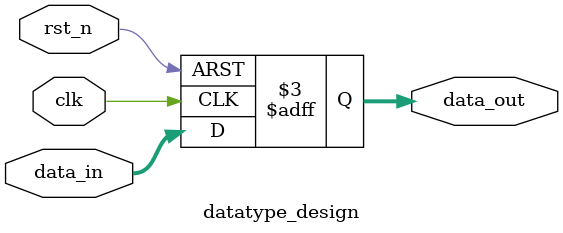
<source format=sv>
module datatype_design #(
  parameter int WIDTH = 8
)(
  input  logic              clk,
  input  logic              rst_n,
  input  logic [WIDTH-1:0]  data_in,
  output logic [WIDTH-1:0]  data_out
);

  
  always_ff @(posedge clk or negedge rst_n) begin
    if (!rst_n)
      data_out <= '0;
    else
      data_out <= data_in; 
  end
endmodule

</source>
